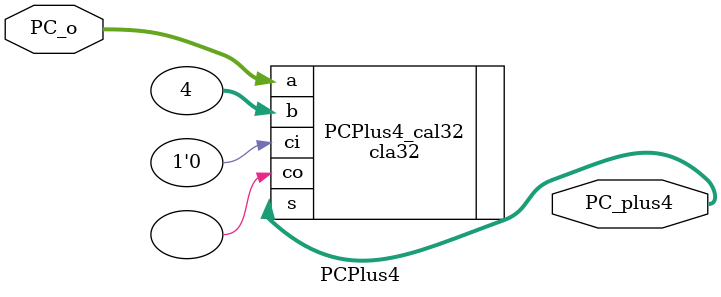
<source format=v>
module PCPlus4(PC_o, PC_plus4);
	/*********************
	 *	32-bit PC plus 4
	 *input:
	 *	PC_o[31:0]			: 32-bit PC value
	 *output:
	 *	PC_plus4[31:0]		: 32-bit PC_plus4
	 *********************/
	input [31:0] PC_o;
	output [31:0] PC_plus4;
	
	// PCPlus4_cal32
	cla32 PCPlus4_cal32(
		.a(PC_o), 
		.b(32'h4), 
		.ci(1'b0), 
		.s(PC_plus4), 
		.co()
	);
endmodule
</source>
